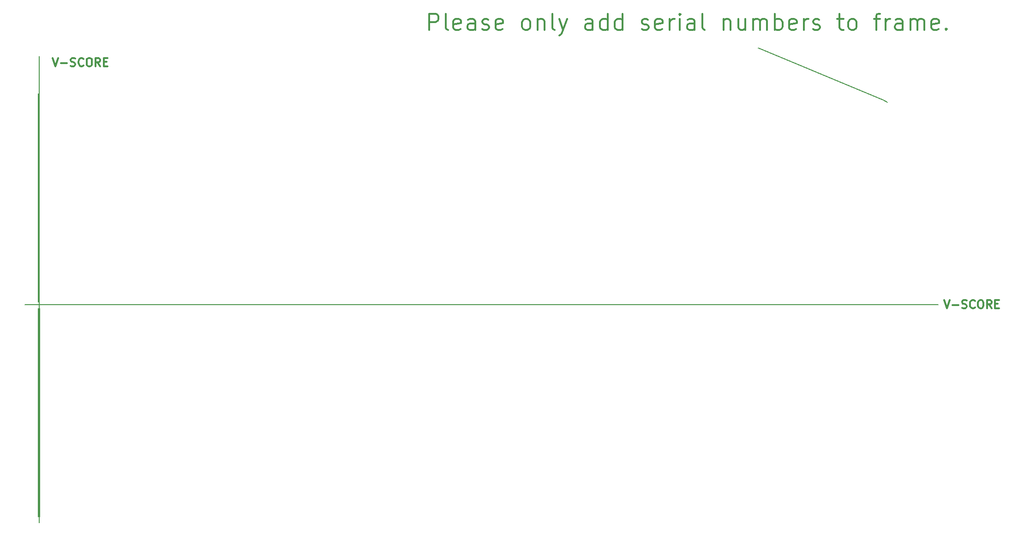
<source format=gbr>
G04 #@! TF.GenerationSoftware,KiCad,Pcbnew,5.1.8*
G04 #@! TF.CreationDate,2020-12-10T19:10:18+00:00*
G04 #@! TF.ProjectId,ruler,72756c65-722e-46b6-9963-61645f706362,rev?*
G04 #@! TF.SameCoordinates,Original*
G04 #@! TF.FileFunction,Other,ECO1*
%FSLAX45Y45*%
G04 Gerber Fmt 4.5, Leading zero omitted, Abs format (unit mm)*
G04 Created by KiCad (PCBNEW 5.1.8) date 2020-12-10 19:10:18*
%MOMM*%
%LPD*%
G01*
G04 APERTURE LIST*
%ADD10C,0.200000*%
%ADD11C,0.300000*%
%ADD12C,0.010000*%
G04 APERTURE END LIST*
D10*
X6263335Y-12588000D02*
X23021000Y-12588000D01*
D11*
X23128286Y-12499857D02*
X23178286Y-12649857D01*
X23228286Y-12499857D01*
X23278286Y-12592714D02*
X23392571Y-12592714D01*
X23456857Y-12642714D02*
X23478286Y-12649857D01*
X23514000Y-12649857D01*
X23528286Y-12642714D01*
X23535428Y-12635571D01*
X23542571Y-12621286D01*
X23542571Y-12607000D01*
X23535428Y-12592714D01*
X23528286Y-12585571D01*
X23514000Y-12578428D01*
X23485428Y-12571286D01*
X23471143Y-12564143D01*
X23464000Y-12557000D01*
X23456857Y-12542714D01*
X23456857Y-12528428D01*
X23464000Y-12514143D01*
X23471143Y-12507000D01*
X23485428Y-12499857D01*
X23521143Y-12499857D01*
X23542571Y-12507000D01*
X23692571Y-12635571D02*
X23685428Y-12642714D01*
X23664000Y-12649857D01*
X23649714Y-12649857D01*
X23628286Y-12642714D01*
X23614000Y-12628428D01*
X23606857Y-12614143D01*
X23599714Y-12585571D01*
X23599714Y-12564143D01*
X23606857Y-12535571D01*
X23614000Y-12521286D01*
X23628286Y-12507000D01*
X23649714Y-12499857D01*
X23664000Y-12499857D01*
X23685428Y-12507000D01*
X23692571Y-12514143D01*
X23785428Y-12499857D02*
X23814000Y-12499857D01*
X23828286Y-12507000D01*
X23842571Y-12521286D01*
X23849714Y-12549857D01*
X23849714Y-12599857D01*
X23842571Y-12628428D01*
X23828286Y-12642714D01*
X23814000Y-12649857D01*
X23785428Y-12649857D01*
X23771143Y-12642714D01*
X23756857Y-12628428D01*
X23749714Y-12599857D01*
X23749714Y-12549857D01*
X23756857Y-12521286D01*
X23771143Y-12507000D01*
X23785428Y-12499857D01*
X23999714Y-12649857D02*
X23949714Y-12578428D01*
X23914000Y-12649857D02*
X23914000Y-12499857D01*
X23971143Y-12499857D01*
X23985428Y-12507000D01*
X23992571Y-12514143D01*
X23999714Y-12528428D01*
X23999714Y-12549857D01*
X23992571Y-12564143D01*
X23985428Y-12571286D01*
X23971143Y-12578428D01*
X23914000Y-12578428D01*
X24064000Y-12571286D02*
X24114000Y-12571286D01*
X24135428Y-12649857D02*
X24064000Y-12649857D01*
X24064000Y-12499857D01*
X24135428Y-12499857D01*
X6772286Y-8053857D02*
X6822286Y-8203857D01*
X6872286Y-8053857D01*
X6922286Y-8146714D02*
X7036571Y-8146714D01*
X7100857Y-8196714D02*
X7122286Y-8203857D01*
X7158000Y-8203857D01*
X7172286Y-8196714D01*
X7179428Y-8189571D01*
X7186571Y-8175286D01*
X7186571Y-8161000D01*
X7179428Y-8146714D01*
X7172286Y-8139571D01*
X7158000Y-8132428D01*
X7129428Y-8125286D01*
X7115143Y-8118143D01*
X7108000Y-8111000D01*
X7100857Y-8096714D01*
X7100857Y-8082428D01*
X7108000Y-8068143D01*
X7115143Y-8061000D01*
X7129428Y-8053857D01*
X7165143Y-8053857D01*
X7186571Y-8061000D01*
X7336571Y-8189571D02*
X7329428Y-8196714D01*
X7308000Y-8203857D01*
X7293714Y-8203857D01*
X7272286Y-8196714D01*
X7258000Y-8182428D01*
X7250857Y-8168143D01*
X7243714Y-8139571D01*
X7243714Y-8118143D01*
X7250857Y-8089571D01*
X7258000Y-8075286D01*
X7272286Y-8061000D01*
X7293714Y-8053857D01*
X7308000Y-8053857D01*
X7329428Y-8061000D01*
X7336571Y-8068143D01*
X7429428Y-8053857D02*
X7458000Y-8053857D01*
X7472286Y-8061000D01*
X7486571Y-8075286D01*
X7493714Y-8103857D01*
X7493714Y-8153857D01*
X7486571Y-8182428D01*
X7472286Y-8196714D01*
X7458000Y-8203857D01*
X7429428Y-8203857D01*
X7415143Y-8196714D01*
X7400857Y-8182428D01*
X7393714Y-8153857D01*
X7393714Y-8103857D01*
X7400857Y-8075286D01*
X7415143Y-8061000D01*
X7429428Y-8053857D01*
X7643714Y-8203857D02*
X7593714Y-8132428D01*
X7558000Y-8203857D02*
X7558000Y-8053857D01*
X7615143Y-8053857D01*
X7629428Y-8061000D01*
X7636571Y-8068143D01*
X7643714Y-8082428D01*
X7643714Y-8103857D01*
X7636571Y-8118143D01*
X7629428Y-8125286D01*
X7615143Y-8132428D01*
X7558000Y-8132428D01*
X7708000Y-8125286D02*
X7758000Y-8125286D01*
X7779428Y-8203857D02*
X7708000Y-8203857D01*
X7708000Y-8053857D01*
X7779428Y-8053857D01*
D10*
X19713000Y-7870000D02*
X22014000Y-8821000D01*
D11*
X13680857Y-7537714D02*
X13680857Y-7237714D01*
X13795143Y-7237714D01*
X13823714Y-7252000D01*
X13838000Y-7266286D01*
X13852286Y-7294857D01*
X13852286Y-7337714D01*
X13838000Y-7366286D01*
X13823714Y-7380571D01*
X13795143Y-7394857D01*
X13680857Y-7394857D01*
X14023714Y-7537714D02*
X13995143Y-7523428D01*
X13980857Y-7494857D01*
X13980857Y-7237714D01*
X14252286Y-7523428D02*
X14223714Y-7537714D01*
X14166571Y-7537714D01*
X14138000Y-7523428D01*
X14123714Y-7494857D01*
X14123714Y-7380571D01*
X14138000Y-7352000D01*
X14166571Y-7337714D01*
X14223714Y-7337714D01*
X14252286Y-7352000D01*
X14266571Y-7380571D01*
X14266571Y-7409143D01*
X14123714Y-7437714D01*
X14523714Y-7537714D02*
X14523714Y-7380571D01*
X14509428Y-7352000D01*
X14480857Y-7337714D01*
X14423714Y-7337714D01*
X14395143Y-7352000D01*
X14523714Y-7523428D02*
X14495143Y-7537714D01*
X14423714Y-7537714D01*
X14395143Y-7523428D01*
X14380857Y-7494857D01*
X14380857Y-7466286D01*
X14395143Y-7437714D01*
X14423714Y-7423428D01*
X14495143Y-7423428D01*
X14523714Y-7409143D01*
X14652286Y-7523428D02*
X14680857Y-7537714D01*
X14738000Y-7537714D01*
X14766571Y-7523428D01*
X14780857Y-7494857D01*
X14780857Y-7480571D01*
X14766571Y-7452000D01*
X14738000Y-7437714D01*
X14695143Y-7437714D01*
X14666571Y-7423428D01*
X14652286Y-7394857D01*
X14652286Y-7380571D01*
X14666571Y-7352000D01*
X14695143Y-7337714D01*
X14738000Y-7337714D01*
X14766571Y-7352000D01*
X15023714Y-7523428D02*
X14995143Y-7537714D01*
X14938000Y-7537714D01*
X14909428Y-7523428D01*
X14895143Y-7494857D01*
X14895143Y-7380571D01*
X14909428Y-7352000D01*
X14938000Y-7337714D01*
X14995143Y-7337714D01*
X15023714Y-7352000D01*
X15038000Y-7380571D01*
X15038000Y-7409143D01*
X14895143Y-7437714D01*
X15438000Y-7537714D02*
X15409428Y-7523428D01*
X15395143Y-7509143D01*
X15380857Y-7480571D01*
X15380857Y-7394857D01*
X15395143Y-7366286D01*
X15409428Y-7352000D01*
X15438000Y-7337714D01*
X15480857Y-7337714D01*
X15509428Y-7352000D01*
X15523714Y-7366286D01*
X15538000Y-7394857D01*
X15538000Y-7480571D01*
X15523714Y-7509143D01*
X15509428Y-7523428D01*
X15480857Y-7537714D01*
X15438000Y-7537714D01*
X15666571Y-7337714D02*
X15666571Y-7537714D01*
X15666571Y-7366286D02*
X15680857Y-7352000D01*
X15709428Y-7337714D01*
X15752286Y-7337714D01*
X15780857Y-7352000D01*
X15795143Y-7380571D01*
X15795143Y-7537714D01*
X15980857Y-7537714D02*
X15952286Y-7523428D01*
X15938000Y-7494857D01*
X15938000Y-7237714D01*
X16066571Y-7337714D02*
X16138000Y-7537714D01*
X16209428Y-7337714D02*
X16138000Y-7537714D01*
X16109428Y-7609143D01*
X16095143Y-7623428D01*
X16066571Y-7637714D01*
X16680857Y-7537714D02*
X16680857Y-7380571D01*
X16666571Y-7352000D01*
X16638000Y-7337714D01*
X16580857Y-7337714D01*
X16552286Y-7352000D01*
X16680857Y-7523428D02*
X16652286Y-7537714D01*
X16580857Y-7537714D01*
X16552286Y-7523428D01*
X16538000Y-7494857D01*
X16538000Y-7466286D01*
X16552286Y-7437714D01*
X16580857Y-7423428D01*
X16652286Y-7423428D01*
X16680857Y-7409143D01*
X16952286Y-7537714D02*
X16952286Y-7237714D01*
X16952286Y-7523428D02*
X16923714Y-7537714D01*
X16866571Y-7537714D01*
X16838000Y-7523428D01*
X16823714Y-7509143D01*
X16809429Y-7480571D01*
X16809429Y-7394857D01*
X16823714Y-7366286D01*
X16838000Y-7352000D01*
X16866571Y-7337714D01*
X16923714Y-7337714D01*
X16952286Y-7352000D01*
X17223714Y-7537714D02*
X17223714Y-7237714D01*
X17223714Y-7523428D02*
X17195143Y-7537714D01*
X17138000Y-7537714D01*
X17109429Y-7523428D01*
X17095143Y-7509143D01*
X17080857Y-7480571D01*
X17080857Y-7394857D01*
X17095143Y-7366286D01*
X17109429Y-7352000D01*
X17138000Y-7337714D01*
X17195143Y-7337714D01*
X17223714Y-7352000D01*
X17580857Y-7523428D02*
X17609429Y-7537714D01*
X17666571Y-7537714D01*
X17695143Y-7523428D01*
X17709429Y-7494857D01*
X17709429Y-7480571D01*
X17695143Y-7452000D01*
X17666571Y-7437714D01*
X17623714Y-7437714D01*
X17595143Y-7423428D01*
X17580857Y-7394857D01*
X17580857Y-7380571D01*
X17595143Y-7352000D01*
X17623714Y-7337714D01*
X17666571Y-7337714D01*
X17695143Y-7352000D01*
X17952286Y-7523428D02*
X17923714Y-7537714D01*
X17866571Y-7537714D01*
X17838000Y-7523428D01*
X17823714Y-7494857D01*
X17823714Y-7380571D01*
X17838000Y-7352000D01*
X17866571Y-7337714D01*
X17923714Y-7337714D01*
X17952286Y-7352000D01*
X17966571Y-7380571D01*
X17966571Y-7409143D01*
X17823714Y-7437714D01*
X18095143Y-7537714D02*
X18095143Y-7337714D01*
X18095143Y-7394857D02*
X18109429Y-7366286D01*
X18123714Y-7352000D01*
X18152286Y-7337714D01*
X18180857Y-7337714D01*
X18280857Y-7537714D02*
X18280857Y-7337714D01*
X18280857Y-7237714D02*
X18266571Y-7252000D01*
X18280857Y-7266286D01*
X18295143Y-7252000D01*
X18280857Y-7237714D01*
X18280857Y-7266286D01*
X18552286Y-7537714D02*
X18552286Y-7380571D01*
X18538000Y-7352000D01*
X18509429Y-7337714D01*
X18452286Y-7337714D01*
X18423714Y-7352000D01*
X18552286Y-7523428D02*
X18523714Y-7537714D01*
X18452286Y-7537714D01*
X18423714Y-7523428D01*
X18409429Y-7494857D01*
X18409429Y-7466286D01*
X18423714Y-7437714D01*
X18452286Y-7423428D01*
X18523714Y-7423428D01*
X18552286Y-7409143D01*
X18738000Y-7537714D02*
X18709429Y-7523428D01*
X18695143Y-7494857D01*
X18695143Y-7237714D01*
X19080857Y-7337714D02*
X19080857Y-7537714D01*
X19080857Y-7366286D02*
X19095143Y-7352000D01*
X19123714Y-7337714D01*
X19166571Y-7337714D01*
X19195143Y-7352000D01*
X19209429Y-7380571D01*
X19209429Y-7537714D01*
X19480857Y-7337714D02*
X19480857Y-7537714D01*
X19352286Y-7337714D02*
X19352286Y-7494857D01*
X19366571Y-7523428D01*
X19395143Y-7537714D01*
X19438000Y-7537714D01*
X19466571Y-7523428D01*
X19480857Y-7509143D01*
X19623714Y-7537714D02*
X19623714Y-7337714D01*
X19623714Y-7366286D02*
X19638000Y-7352000D01*
X19666571Y-7337714D01*
X19709429Y-7337714D01*
X19738000Y-7352000D01*
X19752286Y-7380571D01*
X19752286Y-7537714D01*
X19752286Y-7380571D02*
X19766571Y-7352000D01*
X19795143Y-7337714D01*
X19838000Y-7337714D01*
X19866571Y-7352000D01*
X19880857Y-7380571D01*
X19880857Y-7537714D01*
X20023714Y-7537714D02*
X20023714Y-7237714D01*
X20023714Y-7352000D02*
X20052286Y-7337714D01*
X20109429Y-7337714D01*
X20138000Y-7352000D01*
X20152286Y-7366286D01*
X20166571Y-7394857D01*
X20166571Y-7480571D01*
X20152286Y-7509143D01*
X20138000Y-7523428D01*
X20109429Y-7537714D01*
X20052286Y-7537714D01*
X20023714Y-7523428D01*
X20409429Y-7523428D02*
X20380857Y-7537714D01*
X20323714Y-7537714D01*
X20295143Y-7523428D01*
X20280857Y-7494857D01*
X20280857Y-7380571D01*
X20295143Y-7352000D01*
X20323714Y-7337714D01*
X20380857Y-7337714D01*
X20409429Y-7352000D01*
X20423714Y-7380571D01*
X20423714Y-7409143D01*
X20280857Y-7437714D01*
X20552286Y-7537714D02*
X20552286Y-7337714D01*
X20552286Y-7394857D02*
X20566571Y-7366286D01*
X20580857Y-7352000D01*
X20609429Y-7337714D01*
X20638000Y-7337714D01*
X20723714Y-7523428D02*
X20752286Y-7537714D01*
X20809429Y-7537714D01*
X20838000Y-7523428D01*
X20852286Y-7494857D01*
X20852286Y-7480571D01*
X20838000Y-7452000D01*
X20809429Y-7437714D01*
X20766571Y-7437714D01*
X20738000Y-7423428D01*
X20723714Y-7394857D01*
X20723714Y-7380571D01*
X20738000Y-7352000D01*
X20766571Y-7337714D01*
X20809429Y-7337714D01*
X20838000Y-7352000D01*
X21166571Y-7337714D02*
X21280857Y-7337714D01*
X21209429Y-7237714D02*
X21209429Y-7494857D01*
X21223714Y-7523428D01*
X21252286Y-7537714D01*
X21280857Y-7537714D01*
X21423714Y-7537714D02*
X21395143Y-7523428D01*
X21380857Y-7509143D01*
X21366571Y-7480571D01*
X21366571Y-7394857D01*
X21380857Y-7366286D01*
X21395143Y-7352000D01*
X21423714Y-7337714D01*
X21466571Y-7337714D01*
X21495143Y-7352000D01*
X21509429Y-7366286D01*
X21523714Y-7394857D01*
X21523714Y-7480571D01*
X21509429Y-7509143D01*
X21495143Y-7523428D01*
X21466571Y-7537714D01*
X21423714Y-7537714D01*
X21838000Y-7337714D02*
X21952286Y-7337714D01*
X21880857Y-7537714D02*
X21880857Y-7280571D01*
X21895143Y-7252000D01*
X21923714Y-7237714D01*
X21952286Y-7237714D01*
X22052286Y-7537714D02*
X22052286Y-7337714D01*
X22052286Y-7394857D02*
X22066571Y-7366286D01*
X22080857Y-7352000D01*
X22109429Y-7337714D01*
X22138000Y-7337714D01*
X22366571Y-7537714D02*
X22366571Y-7380571D01*
X22352286Y-7352000D01*
X22323714Y-7337714D01*
X22266571Y-7337714D01*
X22238000Y-7352000D01*
X22366571Y-7523428D02*
X22338000Y-7537714D01*
X22266571Y-7537714D01*
X22238000Y-7523428D01*
X22223714Y-7494857D01*
X22223714Y-7466286D01*
X22238000Y-7437714D01*
X22266571Y-7423428D01*
X22338000Y-7423428D01*
X22366571Y-7409143D01*
X22509428Y-7537714D02*
X22509428Y-7337714D01*
X22509428Y-7366286D02*
X22523714Y-7352000D01*
X22552286Y-7337714D01*
X22595143Y-7337714D01*
X22623714Y-7352000D01*
X22638000Y-7380571D01*
X22638000Y-7537714D01*
X22638000Y-7380571D02*
X22652286Y-7352000D01*
X22680857Y-7337714D01*
X22723714Y-7337714D01*
X22752286Y-7352000D01*
X22766571Y-7380571D01*
X22766571Y-7537714D01*
X23023714Y-7523428D02*
X22995143Y-7537714D01*
X22938000Y-7537714D01*
X22909428Y-7523428D01*
X22895143Y-7494857D01*
X22895143Y-7380571D01*
X22909428Y-7352000D01*
X22938000Y-7337714D01*
X22995143Y-7337714D01*
X23023714Y-7352000D01*
X23038000Y-7380571D01*
X23038000Y-7409143D01*
X22895143Y-7437714D01*
X23166571Y-7509143D02*
X23180857Y-7523428D01*
X23166571Y-7537714D01*
X23152286Y-7523428D01*
X23166571Y-7509143D01*
X23166571Y-7537714D01*
D10*
X6528000Y-8018985D02*
X6528000Y-16590001D01*
X22014000Y-8821000D02*
X22091000Y-8867000D01*
D12*
G36*
X6530193Y-16477643D02*
G01*
X6500560Y-16477643D01*
X6500560Y-12654943D01*
X6530193Y-12654943D01*
X6530193Y-16477643D01*
G37*
X6530193Y-16477643D02*
X6500560Y-16477643D01*
X6500560Y-12654943D01*
X6530193Y-12654943D01*
X6530193Y-16477643D01*
G36*
X6529193Y-12532243D02*
G01*
X6499560Y-12532243D01*
X6499560Y-8709543D01*
X6529193Y-8709543D01*
X6529193Y-12532243D01*
G37*
X6529193Y-12532243D02*
X6499560Y-12532243D01*
X6499560Y-8709543D01*
X6529193Y-8709543D01*
X6529193Y-12532243D01*
M02*

</source>
